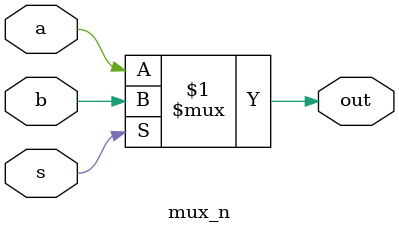
<source format=v>
/*
i281 Top Level Entity
*/

//module includes
module i281_toplevel (
    input run,
    input clock,
    input reset,
    input [16:0] switches,
    output [7:0] datamem0,
    output [7:0] datamem1,
    output [7:0] datamem2,
    output [7:0] datamem3,
    output [7:0] datamem4,
    output [7:0] datamem5,
    output [7:0] datamem6,
    output [7:0] datamem7,
    output [7:0] datamem8,
    output [7:0] datamem9,
    output [7:0] datamem10,
    output [7:0] datamem11,
    output [7:0] datamem12,
    output [7:0] datamem13,
    output [7:0] datamem14,
    output [7:0] datamem15
);
  //internal wiring
  wire [16:0] instruction;

  wire [1:18] ctrl_out;
  wire [26:0] op_in;
  wire [ 3:0] flag_in;

  wire [ 7:0] alu_in_one;
  wire [ 7:0] alu_in_two;
  wire [ 7:0] alu_result;
  wire [ 3:0] alu_flags;

  wire [ 7:0] alu_result_mux_out;
  wire [ 7:0] register_output_two;
  wire [ 7:0] output_to_opcode;
  wire [ 7:0] output_to_multicycle_opcode;
  wire [ 7:0] output_from_multicycle_opcode;

  wire [ 7:0] reg_in;

  wire [5:0] current_pc, next_pc;

  wire [7:0] data_memory_out, dmem_input_mux_out;

  wire multicycle_flag;
  wire opcode_next_instruction_trigger;

  //interconnections

  codemem CODE_MEMORY (
      run,
      clock,
      reset,
      ctrl_out[1],
      alu_result_mux_out[5:0],
      switches,
      current_pc,
      instruction,
      multicycle_flag
  );

  multicycledecoder MULTI_DECODER (
      multicycle_flag,
      instruction[16:8],
      output_to_opcode,
      output_to_multicycle_opcode
  );

  opcodemulticycle OPCODE_MULTICYCLE (
      run,
      clock,
      reset,
      output_to_multicycle_opcode,
      flag_in,
      opcode_next_instruction_trigger,
      output_from_multicycle_opcode
  );

  opcodedec OPCODE_DECODER (
      multicycle_flag,
      output_to_opcode,
      output_from_multicycle_opcode,
      1'b1,
      op_in
  );

  controllogic CONTROL_LOGIC (
      op_in,
      flag_in,
      ctrl_out
  );

  alu ALU (
      ctrl_out[12],
      ctrl_out[13],
      alu_in_one,
      alu_in_two,
      alu_flags,
      alu_result
  );


  flags FLAGS (
      run,
      clock,
      reset,
      ctrl_out[14],
      alu_flags,
      flag_in
  );

  register REGISTERS (
      run,
      clock,
      reset,
      ctrl_out[8],
      ctrl_out[9],
      ctrl_out[10],
      ctrl_out[4],
      ctrl_out[5],
      ctrl_out[6],
      ctrl_out[7],
      reg_in,
      alu_in_one,
      register_output_two
  );

  mux_n #(8) ALU_Source_Mux (
      ctrl_out[11],
      register_output_two,
      instruction[7:0],
      alu_in_two
  );

  mux_n #(8) ALU_Result_Mux (
      ctrl_out[15],
      alu_result,
      instruction[7:0],
      alu_result_mux_out
  );

  mux_n #(8) REG_Writeback_Mux (
      ctrl_out[18],
      alu_result_mux_out,
      data_memory_out,
      reg_in
  );

  datamem DATA_MEMORY (
      run,
      clock,
      reset,
      ctrl_out[17],
      alu_result_mux_out[3:0],
      dmem_input_mux_out,
      alu_result_mux_out[3:0],
      data_memory_out,
      datamem0,
      datamem1,
      datamem2,
      datamem3,
      datamem4,
      datamem5,
      datamem6,
      datamem7,
      datamem8,
      datamem9,
      datamem10,
      datamem11,
      datamem12,
      datamem13,
      datamem14,
      datamem15
  );

  mux_n #(8) DMEM_Input_Mux (
      ctrl_out[16],
      register_output_two,
      switches[7:0],
      dmem_input_mux_out
  );

  pc_update PC_UPDATE (
      multicycle_flag,
      opcode_next_instruction_trigger,
      current_pc,
      instruction[5:0],
      ctrl_out[2],
      next_pc
  );

  pc PROGRAM_COUNTER (
      run,
      clock,
      reset,
      ctrl_out[3],
      next_pc,
      current_pc
  );
endmodule


module mux_n (
    s,
    a,
    b,
    out
);
  parameter n = 1;
  input wire s;
  input wire [n-1 : 0] a;
  input wire [n-1 : 0] b;
  output wire [n-1 : 0] out;

  assign out = s ? b : a;

endmodule

</source>
